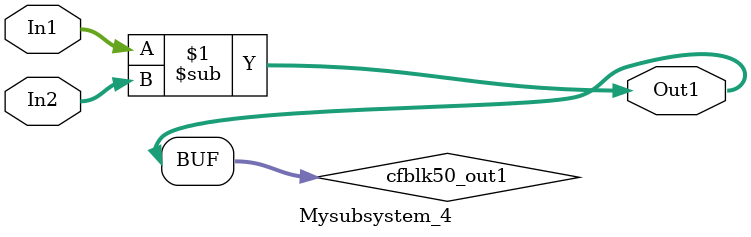
<source format=v>



`timescale 1 ns / 1 ns

module Mysubsystem_4
          (In1,
           In2,
           Out1);


  input   [7:0] In1;  // uint8
  input   [7:0] In2;  // uint8
  output  [7:0] Out1;  // uint8


  wire [7:0] cfblk50_out1;  // uint8


  assign cfblk50_out1 = In1 - In2;



  assign Out1 = cfblk50_out1;

endmodule  // Mysubsystem_4


</source>
